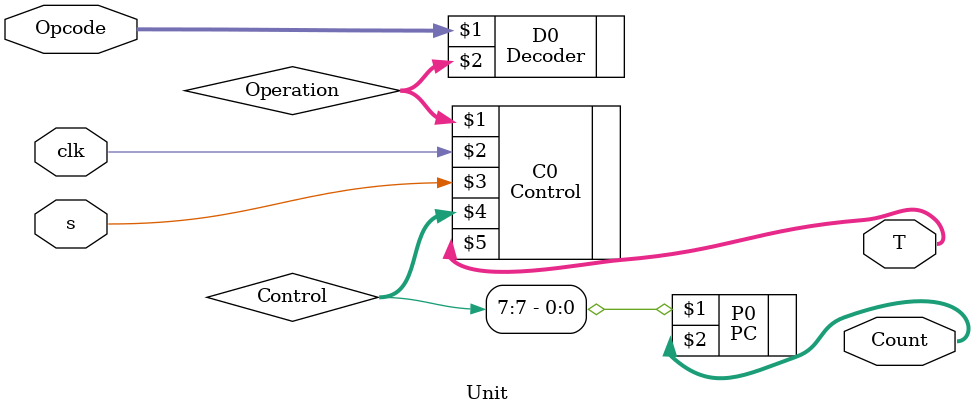
<source format=v>
`timescale 1ns / 1ps

module Unit(input [3:0]Opcode, input clk, s, output [18:0]T, output [4:0]Count);
wire [15:0]Operation;
wire [13:0]Control;

Decoder D0(Opcode, Operation);
Control C0(Operation, clk, s, Control, T);
PC P0(Control[7], Count);

endmodule

</source>
